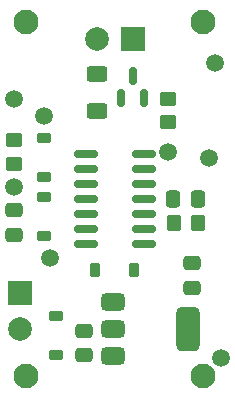
<source format=gbr>
%TF.GenerationSoftware,KiCad,Pcbnew,8.0.0*%
%TF.CreationDate,2024-05-26T00:16:25+03:00*%
%TF.ProjectId,pulsejen,70756c73-656a-4656-9e2e-6b696361645f,rev?*%
%TF.SameCoordinates,Original*%
%TF.FileFunction,Soldermask,Top*%
%TF.FilePolarity,Negative*%
%FSLAX46Y46*%
G04 Gerber Fmt 4.6, Leading zero omitted, Abs format (unit mm)*
G04 Created by KiCad (PCBNEW 8.0.0) date 2024-05-26 00:16:25*
%MOMM*%
%LPD*%
G01*
G04 APERTURE LIST*
G04 Aperture macros list*
%AMRoundRect*
0 Rectangle with rounded corners*
0 $1 Rounding radius*
0 $2 $3 $4 $5 $6 $7 $8 $9 X,Y pos of 4 corners*
0 Add a 4 corners polygon primitive as box body*
4,1,4,$2,$3,$4,$5,$6,$7,$8,$9,$2,$3,0*
0 Add four circle primitives for the rounded corners*
1,1,$1+$1,$2,$3*
1,1,$1+$1,$4,$5*
1,1,$1+$1,$6,$7*
1,1,$1+$1,$8,$9*
0 Add four rect primitives between the rounded corners*
20,1,$1+$1,$2,$3,$4,$5,0*
20,1,$1+$1,$4,$5,$6,$7,0*
20,1,$1+$1,$6,$7,$8,$9,0*
20,1,$1+$1,$8,$9,$2,$3,0*%
G04 Aperture macros list end*
%ADD10C,2.100000*%
%ADD11RoundRect,0.250000X0.625000X-0.400000X0.625000X0.400000X-0.625000X0.400000X-0.625000X-0.400000X0*%
%ADD12C,2.000000*%
%ADD13R,2.000000X2.000000*%
%ADD14RoundRect,0.225000X0.375000X-0.225000X0.375000X0.225000X-0.375000X0.225000X-0.375000X-0.225000X0*%
%ADD15RoundRect,0.375000X-0.625000X-0.375000X0.625000X-0.375000X0.625000X0.375000X-0.625000X0.375000X0*%
%ADD16RoundRect,0.500000X-0.500000X-1.400000X0.500000X-1.400000X0.500000X1.400000X-0.500000X1.400000X0*%
%ADD17RoundRect,0.250000X0.475000X-0.337500X0.475000X0.337500X-0.475000X0.337500X-0.475000X-0.337500X0*%
%ADD18RoundRect,0.225000X0.225000X0.375000X-0.225000X0.375000X-0.225000X-0.375000X0.225000X-0.375000X0*%
%ADD19RoundRect,0.225000X-0.375000X0.225000X-0.375000X-0.225000X0.375000X-0.225000X0.375000X0.225000X0*%
%ADD20RoundRect,0.250000X0.450000X-0.350000X0.450000X0.350000X-0.450000X0.350000X-0.450000X-0.350000X0*%
%ADD21RoundRect,0.250000X-0.350000X-0.450000X0.350000X-0.450000X0.350000X0.450000X-0.350000X0.450000X0*%
%ADD22RoundRect,0.250000X-0.450000X0.350000X-0.450000X-0.350000X0.450000X-0.350000X0.450000X0.350000X0*%
%ADD23RoundRect,0.250000X-0.337500X-0.475000X0.337500X-0.475000X0.337500X0.475000X-0.337500X0.475000X0*%
%ADD24RoundRect,0.150000X-0.825000X-0.150000X0.825000X-0.150000X0.825000X0.150000X-0.825000X0.150000X0*%
%ADD25RoundRect,0.150000X0.150000X-0.587500X0.150000X0.587500X-0.150000X0.587500X-0.150000X-0.587500X0*%
%ADD26C,1.500000*%
G04 APERTURE END LIST*
D10*
%TO.C,REF\u002A\u002A*%
X147500000Y-80000000D03*
%TD*%
%TO.C,REF\u002A\u002A*%
X132500000Y-80000000D03*
%TD*%
%TO.C,REF\u002A\u002A*%
X147500000Y-110000000D03*
%TD*%
%TO.C,REF\u002A\u002A*%
X132500000Y-110000000D03*
%TD*%
D11*
%TO.C,R4*%
X138500000Y-84450000D03*
X138500000Y-87550000D03*
%TD*%
D12*
%TO.C,J4*%
X138500000Y-81500000D03*
%TD*%
D13*
%TO.C,J3*%
X141500000Y-81500000D03*
%TD*%
D14*
%TO.C,D5*%
X135000000Y-108250000D03*
X135000000Y-104950000D03*
%TD*%
D15*
%TO.C,U4*%
X139850000Y-108300000D03*
D16*
X146150000Y-106000000D03*
D15*
X139850000Y-106000000D03*
X139850000Y-103700000D03*
%TD*%
D17*
%TO.C,C4*%
X146500000Y-102537500D03*
X146500000Y-100462500D03*
%TD*%
D18*
%TO.C,D3*%
X141605000Y-101000000D03*
X138305000Y-101000000D03*
%TD*%
D19*
%TO.C,D2*%
X134000000Y-89850000D03*
X134000000Y-93150000D03*
%TD*%
%TO.C,D1*%
X133977500Y-94850000D03*
X133977500Y-98150000D03*
%TD*%
D12*
%TO.C,J2*%
X132000000Y-106000000D03*
%TD*%
D13*
%TO.C,J1*%
X132000000Y-103000000D03*
%TD*%
D20*
%TO.C,R3*%
X144500000Y-88500000D03*
X144500000Y-86500000D03*
%TD*%
D21*
%TO.C,R2*%
X145000000Y-97000000D03*
X147000000Y-97000000D03*
%TD*%
D22*
%TO.C,R1*%
X131500000Y-90000000D03*
X131500000Y-92000000D03*
%TD*%
D17*
%TO.C,C3*%
X137400000Y-108237500D03*
X137400000Y-106162500D03*
%TD*%
D23*
%TO.C,C2*%
X144962500Y-95000000D03*
X147037500Y-95000000D03*
%TD*%
D17*
%TO.C,C1*%
X131500000Y-98037500D03*
X131500000Y-95962500D03*
%TD*%
D24*
%TO.C,U1*%
X142475000Y-91190000D03*
X142475000Y-92460000D03*
X142475000Y-93730000D03*
X142475000Y-95000000D03*
X142475000Y-96270000D03*
X142475000Y-97540000D03*
X142475000Y-98810000D03*
X137525000Y-98810000D03*
X137525000Y-97540000D03*
X137525000Y-96270000D03*
X137525000Y-95000000D03*
X137525000Y-93730000D03*
X137525000Y-92460000D03*
X137525000Y-91190000D03*
%TD*%
D25*
%TO.C,Q1*%
X140550000Y-86437500D03*
X142450000Y-86437500D03*
X141500000Y-84562500D03*
%TD*%
D26*
X132000000Y-103000000D03*
X149000000Y-108500000D03*
X131500000Y-86500000D03*
X148500000Y-83500000D03*
X148000000Y-91500000D03*
X131500000Y-94000000D03*
X144500000Y-91000000D03*
X134500000Y-100000000D03*
X134000000Y-88000000D03*
M02*

</source>
